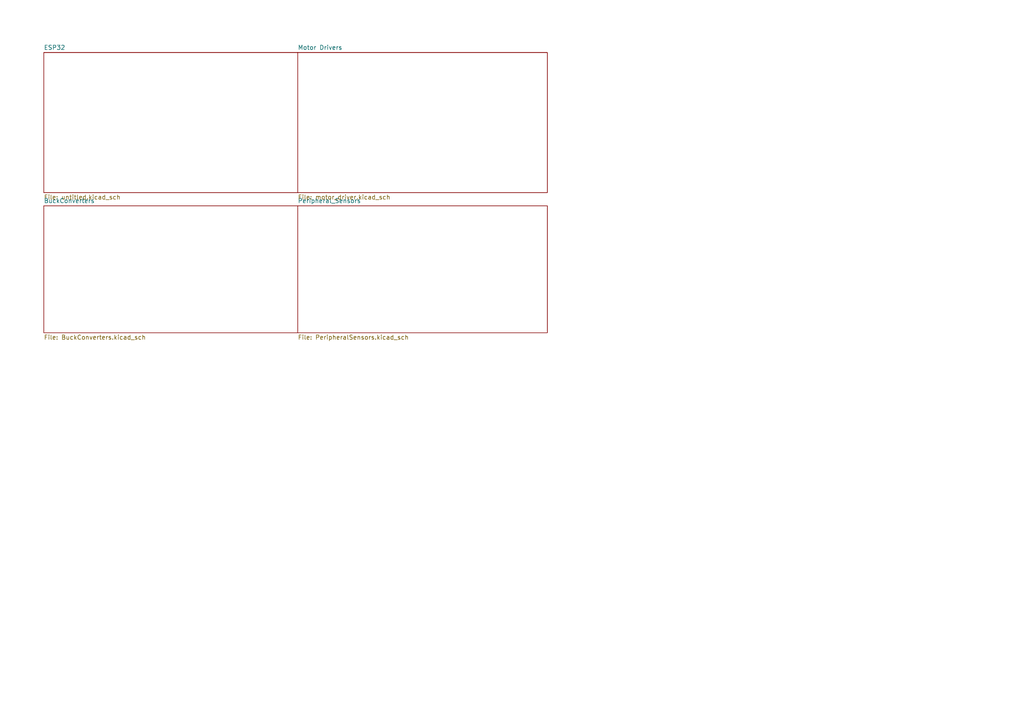
<source format=kicad_sch>
(kicad_sch
	(version 20250114)
	(generator "eeschema")
	(generator_version "9.0")
	(uuid "74aa759e-1999-4f21-a02c-df9102426ee9")
	(paper "A4")
	(title_block
		(title "Schem_draft1")
		(date "2026-02-03")
		(rev "0")
	)
	(lib_symbols)
	(sheet
		(at 12.7 15.24)
		(size 73.66 40.64)
		(exclude_from_sim no)
		(in_bom yes)
		(on_board yes)
		(dnp no)
		(fields_autoplaced yes)
		(stroke
			(width 0.1524)
			(type solid)
		)
		(fill
			(color 0 0 0 0.0000)
		)
		(uuid "9d625513-56c6-4e41-b15d-b4dd2932afea")
		(property "Sheetname" "ESP32"
			(at 12.7 14.5284 0)
			(effects
				(font
					(size 1.27 1.27)
				)
				(justify left bottom)
			)
		)
		(property "Sheetfile" "untitled.kicad_sch"
			(at 12.7 56.4646 0)
			(effects
				(font
					(size 1.27 1.27)
				)
				(justify left top)
			)
		)
		(instances
			(project "PCB_draft1"
				(path "/74aa759e-1999-4f21-a02c-df9102426ee9"
					(page "2")
				)
			)
		)
	)
	(sheet
		(at 86.36 59.69)
		(size 72.39 36.83)
		(exclude_from_sim no)
		(in_bom yes)
		(on_board yes)
		(dnp no)
		(fields_autoplaced yes)
		(stroke
			(width 0.1524)
			(type solid)
		)
		(fill
			(color 0 0 0 0.0000)
		)
		(uuid "a6eb8394-7f20-4649-8be0-769c9d2b9467")
		(property "Sheetname" "Peripheral_Sensors"
			(at 86.36 58.9784 0)
			(effects
				(font
					(size 1.27 1.27)
				)
				(justify left bottom)
			)
		)
		(property "Sheetfile" "PeripheralSensors.kicad_sch"
			(at 86.36 97.1046 0)
			(effects
				(font
					(size 1.27 1.27)
				)
				(justify left top)
			)
		)
		(instances
			(project "PCB_draft1"
				(path "/74aa759e-1999-4f21-a02c-df9102426ee9"
					(page "6")
				)
			)
		)
	)
	(sheet
		(at 12.7 59.69)
		(size 73.66 36.83)
		(exclude_from_sim no)
		(in_bom yes)
		(on_board yes)
		(dnp no)
		(fields_autoplaced yes)
		(stroke
			(width 0.1524)
			(type solid)
		)
		(fill
			(color 0 0 0 0.0000)
		)
		(uuid "a8fddee8-ecbf-4323-959b-ee55a6f92c71")
		(property "Sheetname" "BuckConverters"
			(at 12.7 58.9784 0)
			(effects
				(font
					(size 1.27 1.27)
				)
				(justify left bottom)
			)
		)
		(property "Sheetfile" "BuckConverters.kicad_sch"
			(at 12.7 97.1046 0)
			(effects
				(font
					(size 1.27 1.27)
				)
				(justify left top)
			)
		)
		(instances
			(project "PCB_draft1"
				(path "/74aa759e-1999-4f21-a02c-df9102426ee9"
					(page "5")
				)
			)
		)
	)
	(sheet
		(at 86.36 15.24)
		(size 72.39 40.64)
		(exclude_from_sim no)
		(in_bom yes)
		(on_board yes)
		(dnp no)
		(fields_autoplaced yes)
		(stroke
			(width 0.1524)
			(type solid)
		)
		(fill
			(color 0 0 0 0.0000)
		)
		(uuid "e3e89df1-1c09-4d3b-94b2-db99335162ba")
		(property "Sheetname" "Motor Drivers"
			(at 86.36 14.5284 0)
			(effects
				(font
					(size 1.27 1.27)
				)
				(justify left bottom)
			)
		)
		(property "Sheetfile" "motor_driver.kicad_sch"
			(at 86.36 56.4646 0)
			(effects
				(font
					(size 1.27 1.27)
				)
				(justify left top)
			)
		)
		(instances
			(project "PCB_draft1"
				(path "/74aa759e-1999-4f21-a02c-df9102426ee9"
					(page "3")
				)
			)
		)
	)
	(sheet_instances
		(path "/"
			(page "1")
		)
	)
	(embedded_fonts no)
)

</source>
